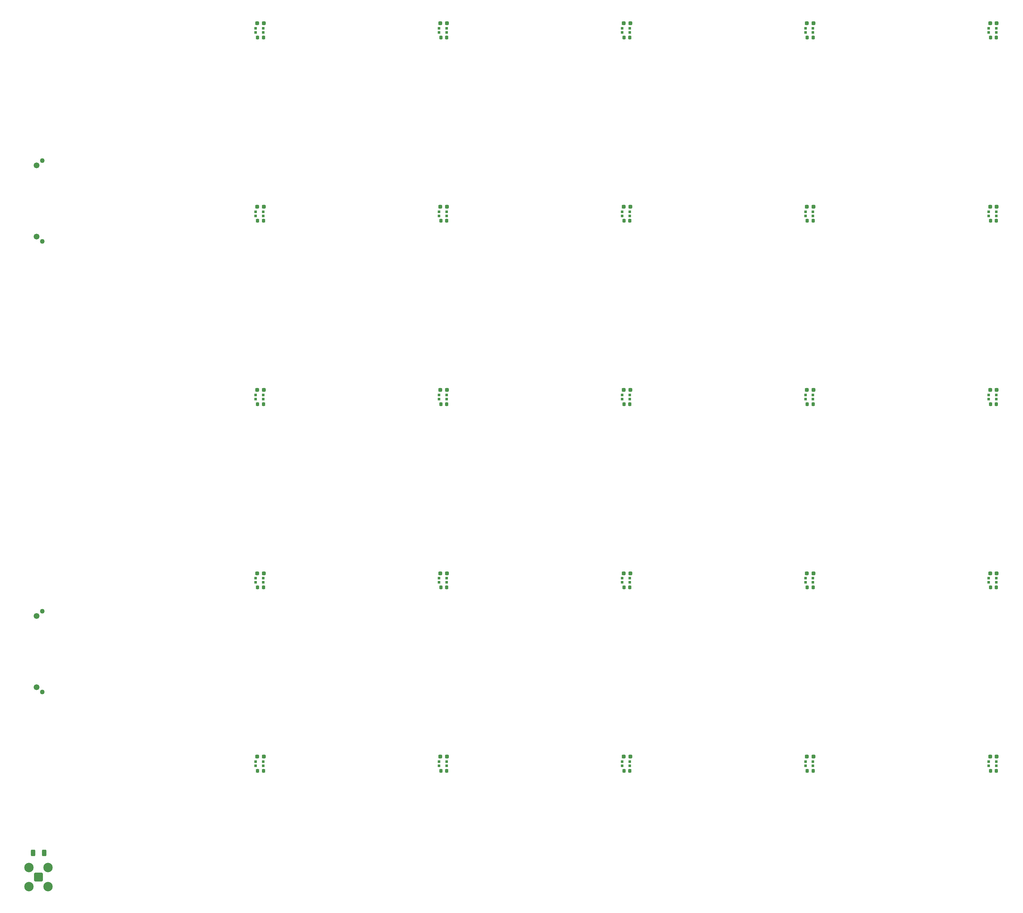
<source format=gbr>
%TF.GenerationSoftware,KiCad,Pcbnew,8.0.2-1*%
%TF.CreationDate,2024-10-14T12:40:27-04:00*%
%TF.ProjectId,EvenLayers_1.3mm_SiPM,4576656e-4c61-4796-9572-735f312e336d,rev?*%
%TF.SameCoordinates,Original*%
%TF.FileFunction,Soldermask,Top*%
%TF.FilePolarity,Negative*%
%FSLAX46Y46*%
G04 Gerber Fmt 4.6, Leading zero omitted, Abs format (unit mm)*
G04 Created by KiCad (PCBNEW 8.0.2-1) date 2024-10-14 12:40:27*
%MOMM*%
%LPD*%
G01*
G04 APERTURE LIST*
G04 Aperture macros list*
%AMRoundRect*
0 Rectangle with rounded corners*
0 $1 Rounding radius*
0 $2 $3 $4 $5 $6 $7 $8 $9 X,Y pos of 4 corners*
0 Add a 4 corners polygon primitive as box body*
4,1,4,$2,$3,$4,$5,$6,$7,$8,$9,$2,$3,0*
0 Add four circle primitives for the rounded corners*
1,1,$1+$1,$2,$3*
1,1,$1+$1,$4,$5*
1,1,$1+$1,$6,$7*
1,1,$1+$1,$8,$9*
0 Add four rect primitives between the rounded corners*
20,1,$1+$1,$2,$3,$4,$5,0*
20,1,$1+$1,$4,$5,$6,$7,0*
20,1,$1+$1,$6,$7,$8,$9,0*
20,1,$1+$1,$8,$9,$2,$3,0*%
G04 Aperture macros list end*
%ADD10R,0.700000X0.700000*%
%ADD11RoundRect,0.237500X-0.287500X-0.237500X0.287500X-0.237500X0.287500X0.237500X-0.287500X0.237500X0*%
%ADD12RoundRect,0.225000X-0.225000X-0.250000X0.225000X-0.250000X0.225000X0.250000X-0.225000X0.250000X0*%
%ADD13RoundRect,0.200100X0.949900X-0.949900X0.949900X0.949900X-0.949900X0.949900X-0.949900X-0.949900X0*%
%ADD14C,2.500000*%
%ADD15RoundRect,0.250000X-0.312500X-0.625000X0.312500X-0.625000X0.312500X0.625000X-0.312500X0.625000X0*%
%ADD16C,1.270000*%
%ADD17C,1.552000*%
G04 APERTURE END LIST*
D10*
%TO.C,REF\u002A\u002A34*%
X325552500Y-191650000D03*
X325552500Y-192750000D03*
D11*
X323925000Y-190315000D03*
X325675000Y-190315000D03*
D10*
X323527500Y-191650000D03*
D12*
X325575000Y-194100000D03*
D10*
X323527500Y-192750000D03*
D12*
X324025000Y-194100000D03*
%TD*%
D10*
%TO.C,REF\u002A\u002A40*%
X130352500Y-289250000D03*
X130352500Y-290350000D03*
D11*
X128725000Y-287915000D03*
X130475000Y-287915000D03*
D10*
X128327500Y-289250000D03*
D12*
X130375000Y-291700000D03*
D10*
X128327500Y-290350000D03*
D12*
X128825000Y-291700000D03*
%TD*%
D10*
%TO.C,REF\u002A\u002A30*%
X130352500Y-191650000D03*
X130352500Y-192750000D03*
D11*
X128725000Y-190315000D03*
X130475000Y-190315000D03*
D10*
X128327500Y-191650000D03*
D12*
X130375000Y-194100000D03*
D10*
X128327500Y-192750000D03*
D12*
X128825000Y-194100000D03*
%TD*%
D10*
%TO.C,REF\u002A\u002A24*%
X325552500Y-94050000D03*
X325552500Y-95150000D03*
D11*
X323925000Y-92715000D03*
X325675000Y-92715000D03*
D10*
X323527500Y-94050000D03*
D12*
X325575000Y-96500000D03*
D10*
X323527500Y-95150000D03*
D12*
X324025000Y-96500000D03*
%TD*%
D10*
%TO.C,REF\u002A\u002A43*%
X276752500Y-289250000D03*
X276752500Y-290350000D03*
D11*
X275125000Y-287915000D03*
X276875000Y-287915000D03*
D10*
X274727500Y-289250000D03*
D12*
X276775000Y-291700000D03*
D10*
X274727500Y-290350000D03*
D12*
X275225000Y-291700000D03*
%TD*%
D10*
%TO.C,REF\u002A\u002A38*%
X276752500Y-240450000D03*
X276752500Y-241550000D03*
D11*
X275125000Y-239115000D03*
X276875000Y-239115000D03*
D10*
X274727500Y-240450000D03*
D12*
X276775000Y-242900000D03*
D10*
X274727500Y-241550000D03*
D12*
X275225000Y-242900000D03*
%TD*%
D13*
%TO.C,REF\u002A\u002A*%
X70500000Y-320000000D03*
D14*
X67960000Y-322540000D03*
X73040000Y-322540000D03*
X67960000Y-317460000D03*
X73040000Y-317460000D03*
%TD*%
D15*
%TO.C,50 \u03A9*%
X69037500Y-313600000D03*
X71962500Y-313600000D03*
%TD*%
D10*
%TO.C,REF\u002A\u002A22*%
X227952500Y-94050000D03*
X227952500Y-95150000D03*
D11*
X226325000Y-92715000D03*
X228075000Y-92715000D03*
D10*
X225927500Y-94050000D03*
D12*
X227975000Y-96500000D03*
D10*
X225927500Y-95150000D03*
D12*
X226425000Y-96500000D03*
%TD*%
D10*
%TO.C,REF\u002A\u002A28*%
X276752500Y-142850000D03*
X276752500Y-143950000D03*
D11*
X275125000Y-141515000D03*
X276875000Y-141515000D03*
D10*
X274727500Y-142850000D03*
D12*
X276775000Y-145300000D03*
D10*
X274727500Y-143950000D03*
D12*
X275225000Y-145300000D03*
%TD*%
D10*
%TO.C,REF\u002A\u002A23*%
X276752500Y-94050000D03*
X276752500Y-95150000D03*
D11*
X275125000Y-92715000D03*
X276875000Y-92715000D03*
D10*
X274727500Y-94050000D03*
D12*
X276775000Y-96500000D03*
D10*
X274727500Y-95150000D03*
D12*
X275225000Y-96500000D03*
%TD*%
D10*
%TO.C,REF\u002A\u002A32*%
X227952500Y-191650000D03*
X227952500Y-192750000D03*
D11*
X226325000Y-190315000D03*
X228075000Y-190315000D03*
D10*
X225927500Y-191650000D03*
D12*
X227975000Y-194100000D03*
D10*
X225927500Y-192750000D03*
D12*
X226425000Y-194100000D03*
%TD*%
D10*
%TO.C,REF\u002A\u002A44*%
X325552500Y-289250000D03*
X325552500Y-290350000D03*
D11*
X323925000Y-287915000D03*
X325675000Y-287915000D03*
D10*
X323527500Y-289250000D03*
D12*
X325575000Y-291700000D03*
D10*
X323527500Y-290350000D03*
D12*
X324025000Y-291700000D03*
%TD*%
D10*
%TO.C,REF\u002A\u002A26*%
X179152500Y-142850000D03*
X179152500Y-143950000D03*
D11*
X177525000Y-141515000D03*
X179275000Y-141515000D03*
D10*
X177127500Y-142850000D03*
D12*
X179175000Y-145300000D03*
D10*
X177127500Y-143950000D03*
D12*
X177625000Y-145300000D03*
%TD*%
D10*
%TO.C,REF\u002A\u002A36*%
X179152500Y-240450000D03*
X179152500Y-241550000D03*
D11*
X177525000Y-239115000D03*
X179275000Y-239115000D03*
D10*
X177127500Y-240450000D03*
D12*
X179175000Y-242900000D03*
D10*
X177127500Y-241550000D03*
D12*
X177625000Y-242900000D03*
%TD*%
D10*
%TO.C,REF\u002A\u002A20*%
X130352500Y-94050000D03*
X130352500Y-95150000D03*
D11*
X128725000Y-92715000D03*
X130475000Y-92715000D03*
D10*
X128327500Y-94050000D03*
D12*
X130375000Y-96500000D03*
D10*
X128327500Y-95150000D03*
D12*
X128825000Y-96500000D03*
%TD*%
D10*
%TO.C,REF\u002A\u002A25*%
X130352500Y-142850000D03*
X130352500Y-143950000D03*
D11*
X128725000Y-141515000D03*
X130475000Y-141515000D03*
D10*
X128327500Y-142850000D03*
D12*
X130375000Y-145300000D03*
D10*
X128327500Y-143950000D03*
D12*
X128825000Y-145300000D03*
%TD*%
D10*
%TO.C,REF\u002A\u002A37*%
X227952500Y-240450000D03*
X227952500Y-241550000D03*
D11*
X226325000Y-239115000D03*
X228075000Y-239115000D03*
D10*
X225927500Y-240450000D03*
D12*
X227975000Y-242900000D03*
D10*
X225927500Y-241550000D03*
D12*
X226425000Y-242900000D03*
%TD*%
D10*
%TO.C,REF\u002A\u002A31*%
X179152500Y-191650000D03*
X179152500Y-192750000D03*
D11*
X177525000Y-190315000D03*
X179275000Y-190315000D03*
D10*
X177127500Y-191650000D03*
D12*
X179175000Y-194100000D03*
D10*
X177127500Y-192750000D03*
D12*
X177625000Y-194100000D03*
%TD*%
D10*
%TO.C,REF\u002A\u002A27*%
X227952500Y-142850000D03*
X227952500Y-143950000D03*
D11*
X226325000Y-141515000D03*
X228075000Y-141515000D03*
D10*
X225927500Y-142850000D03*
D12*
X227975000Y-145300000D03*
D10*
X225927500Y-143950000D03*
D12*
X226425000Y-145300000D03*
%TD*%
D10*
%TO.C,REF\u002A\u002A41*%
X179152500Y-289250000D03*
X179152500Y-290350000D03*
D11*
X177525000Y-287915000D03*
X179275000Y-287915000D03*
D10*
X177127500Y-289250000D03*
D12*
X179175000Y-291700000D03*
D10*
X177127500Y-290350000D03*
D12*
X177625000Y-291700000D03*
%TD*%
D10*
%TO.C,REF\u002A\u002A29*%
X325552500Y-142850000D03*
X325552500Y-143950000D03*
D11*
X323925000Y-141515000D03*
X325675000Y-141515000D03*
D10*
X323527500Y-142850000D03*
D12*
X325575000Y-145300000D03*
D10*
X323527500Y-143950000D03*
D12*
X324025000Y-145300000D03*
%TD*%
D10*
%TO.C,REF\u002A\u002A21*%
X179152500Y-94050000D03*
X179152500Y-95150000D03*
D11*
X177525000Y-92715000D03*
X179275000Y-92715000D03*
D10*
X177127500Y-94050000D03*
D12*
X179175000Y-96500000D03*
D10*
X177127500Y-95150000D03*
D12*
X177625000Y-96500000D03*
%TD*%
D10*
%TO.C,REF\u002A\u002A42*%
X227952500Y-289250000D03*
X227952500Y-290350000D03*
D11*
X226325000Y-287915000D03*
X228075000Y-287915000D03*
D10*
X225927500Y-289250000D03*
D12*
X227975000Y-291700000D03*
D10*
X225927500Y-290350000D03*
D12*
X226425000Y-291700000D03*
%TD*%
D10*
%TO.C,REF\u002A\u002A35*%
X130352500Y-240450000D03*
X130352500Y-241550000D03*
D11*
X128725000Y-239115000D03*
X130475000Y-239115000D03*
D10*
X128327500Y-240450000D03*
D12*
X130375000Y-242900000D03*
D10*
X128327500Y-241550000D03*
D12*
X128825000Y-242900000D03*
%TD*%
D10*
%TO.C,REF\u002A\u002A39*%
X325552500Y-240450000D03*
X325552500Y-241550000D03*
D11*
X323925000Y-239115000D03*
X325675000Y-239115000D03*
D10*
X323527500Y-240450000D03*
D12*
X325575000Y-242900000D03*
D10*
X323527500Y-241550000D03*
D12*
X324025000Y-242900000D03*
%TD*%
D10*
%TO.C,REF\u002A\u002A33*%
X276752500Y-191650000D03*
X276752500Y-192750000D03*
D11*
X275125000Y-190315000D03*
X276875000Y-190315000D03*
D10*
X274727500Y-191650000D03*
D12*
X276775000Y-194100000D03*
D10*
X274727500Y-192750000D03*
D12*
X275225000Y-194100000D03*
%TD*%
D16*
%TO.C,REF\u002A\u002A*%
X71500000Y-129255000D03*
X71500000Y-150745000D03*
D17*
X70000000Y-130505000D03*
X70000000Y-149495000D03*
%TD*%
D16*
%TO.C,REF\u002A\u002A*%
X71500000Y-249255000D03*
X71500000Y-270745000D03*
D17*
X70000000Y-250505000D03*
X70000000Y-269495000D03*
%TD*%
M02*

</source>
